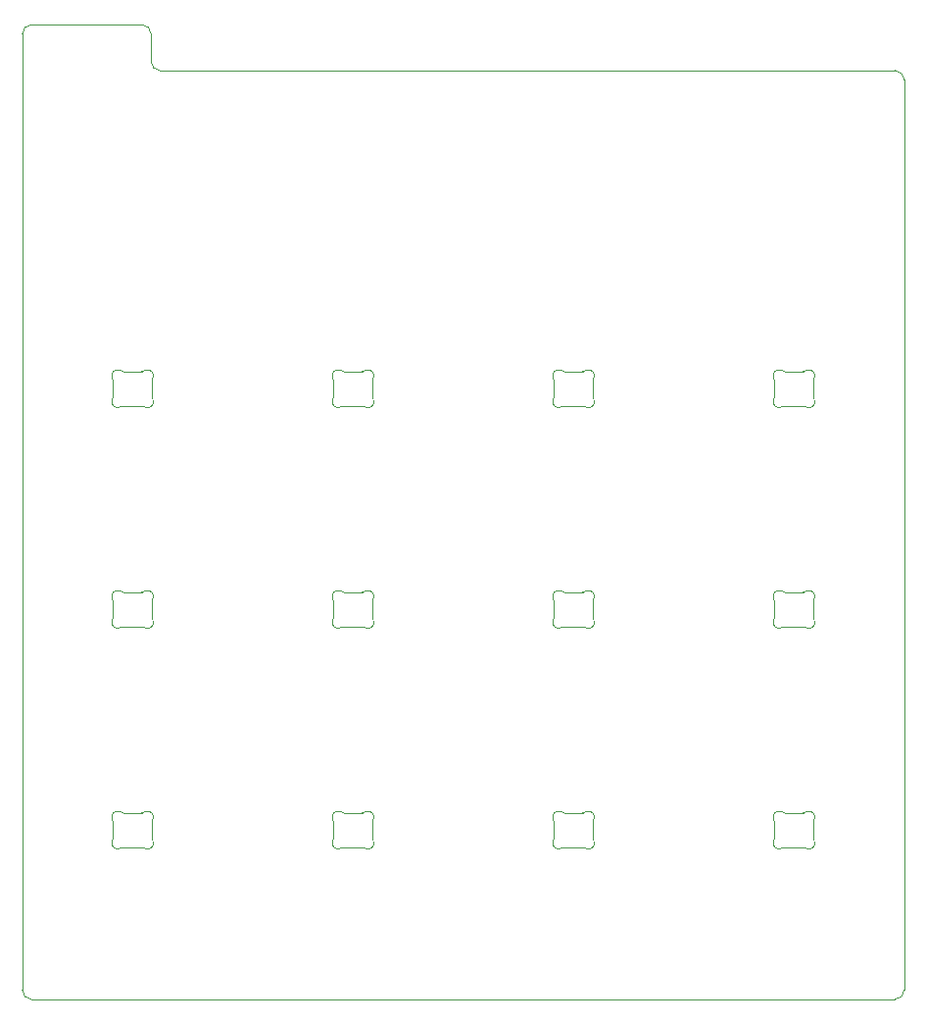
<source format=gbr>
%TF.GenerationSoftware,KiCad,Pcbnew,(5.1.4)-1*%
%TF.CreationDate,2024-03-23T03:19:33-07:00*%
%TF.ProjectId,macropad,6d616372-6f70-4616-942e-6b696361645f,rev?*%
%TF.SameCoordinates,Original*%
%TF.FileFunction,Profile,NP*%
%FSLAX46Y46*%
G04 Gerber Fmt 4.6, Leading zero omitted, Abs format (unit mm)*
G04 Created by KiCad (PCBNEW (5.1.4)-1) date 2024-03-23 03:19:33*
%MOMM*%
%LPD*%
G04 APERTURE LIST*
%ADD10C,0.050000*%
%TA.AperFunction,NonConductor*%
%ADD11C,0.100000*%
%TD*%
G04 APERTURE END LIST*
D10*
X71437500Y-56356250D02*
X71437500Y-58737500D01*
X61118750Y-55562500D02*
X70643750Y-55562500D01*
X135731250Y-59531250D02*
X72231250Y-59531250D01*
X136525000Y-138906250D02*
X136525000Y-60325000D01*
X61118750Y-139700000D02*
X135731250Y-139700000D01*
X60325000Y-56356250D02*
X60325000Y-138906250D01*
X70643750Y-55562500D02*
G75*
G02X71437500Y-56356250I0J-793750D01*
G01*
X72231250Y-59531250D02*
G75*
G02X71437500Y-58737500I0J793750D01*
G01*
X135731250Y-59531250D02*
G75*
G02X136525000Y-60325000I0J-793750D01*
G01*
X136525000Y-138906250D02*
G75*
G02X135731250Y-139700000I-793750J0D01*
G01*
X61118750Y-139700000D02*
G75*
G02X60325000Y-138906250I0J793750D01*
G01*
X60325000Y-56356250D02*
G75*
G02X61118750Y-55562500I793750J0D01*
G01*
D11*
%TO.C,D5*%
X128046710Y-85426702D02*
G75*
G02X127794452Y-85495001I-252258J431701D01*
G01*
X126205548Y-85495001D02*
G75*
G02X125953289Y-85426702I0J500000D01*
G01*
X125250516Y-86075282D02*
G75*
G02X125953289Y-85426702I450515J216879D01*
G01*
X125250516Y-86075281D02*
G75*
G02X125300001Y-86292159I-450515J-216878D01*
G01*
X125300001Y-87697844D02*
G75*
G02X125250516Y-87914721I-500000J1D01*
G01*
X125953289Y-88563298D02*
G75*
G02X125250516Y-87914721I-252258J431700D01*
G01*
X125953289Y-88563299D02*
G75*
G02X126205547Y-88495000I252258J-431701D01*
G01*
X127794453Y-88495001D02*
G75*
G02X128046711Y-88563300I-1J-499999D01*
G01*
X128749484Y-87914721D02*
G75*
G02X128046711Y-88563300I-450515J-216878D01*
G01*
X128749484Y-87914721D02*
G75*
G02X128699999Y-87697843I450515J216878D01*
G01*
X128699999Y-86292158D02*
G75*
G02X128749484Y-86075281I500000J-1D01*
G01*
X128046711Y-85426704D02*
G75*
G02X128749484Y-86075281I252258J-431700D01*
G01*
X128699999Y-86292159D02*
X128699999Y-87697843D01*
X127794452Y-88495000D02*
X126205547Y-88495000D01*
X125300001Y-87697843D02*
X125300001Y-86292159D01*
X126205548Y-85495001D02*
X127794452Y-85495001D01*
%TO.C,D2*%
X70896710Y-85426702D02*
G75*
G02X70644452Y-85495001I-252258J431701D01*
G01*
X69055548Y-85495001D02*
G75*
G02X68803289Y-85426702I0J500000D01*
G01*
X68100516Y-86075282D02*
G75*
G02X68803289Y-85426702I450515J216879D01*
G01*
X68100516Y-86075281D02*
G75*
G02X68150001Y-86292159I-450515J-216878D01*
G01*
X68150001Y-87697844D02*
G75*
G02X68100516Y-87914721I-500000J1D01*
G01*
X68803289Y-88563298D02*
G75*
G02X68100516Y-87914721I-252258J431700D01*
G01*
X68803289Y-88563299D02*
G75*
G02X69055547Y-88495000I252258J-431701D01*
G01*
X70644453Y-88495001D02*
G75*
G02X70896711Y-88563300I-1J-499999D01*
G01*
X71599484Y-87914721D02*
G75*
G02X70896711Y-88563300I-450515J-216878D01*
G01*
X71599484Y-87914721D02*
G75*
G02X71549999Y-87697843I450515J216878D01*
G01*
X71549999Y-86292158D02*
G75*
G02X71599484Y-86075281I500000J-1D01*
G01*
X70896711Y-85426704D02*
G75*
G02X71599484Y-86075281I252258J-431700D01*
G01*
X71549999Y-86292159D02*
X71549999Y-87697843D01*
X70644452Y-88495000D02*
X69055547Y-88495000D01*
X68150001Y-87697843D02*
X68150001Y-86292159D01*
X69055548Y-85495001D02*
X70644452Y-85495001D01*
%TO.C,D11*%
X89946710Y-123526702D02*
G75*
G02X89694452Y-123595001I-252258J431701D01*
G01*
X88105548Y-123595001D02*
G75*
G02X87853289Y-123526702I0J500000D01*
G01*
X87150516Y-124175282D02*
G75*
G02X87853289Y-123526702I450515J216879D01*
G01*
X87150516Y-124175281D02*
G75*
G02X87200001Y-124392159I-450515J-216878D01*
G01*
X87200001Y-125797844D02*
G75*
G02X87150516Y-126014721I-500000J1D01*
G01*
X87853289Y-126663298D02*
G75*
G02X87150516Y-126014721I-252258J431700D01*
G01*
X87853289Y-126663299D02*
G75*
G02X88105547Y-126595000I252258J-431701D01*
G01*
X89694453Y-126595001D02*
G75*
G02X89946711Y-126663300I-1J-499999D01*
G01*
X90649484Y-126014721D02*
G75*
G02X89946711Y-126663300I-450515J-216878D01*
G01*
X90649484Y-126014721D02*
G75*
G02X90599999Y-125797843I450515J216878D01*
G01*
X90599999Y-124392158D02*
G75*
G02X90649484Y-124175281I500000J-1D01*
G01*
X89946711Y-123526704D02*
G75*
G02X90649484Y-124175281I252258J-431700D01*
G01*
X90599999Y-124392159D02*
X90599999Y-125797843D01*
X89694452Y-126595000D02*
X88105547Y-126595000D01*
X87200001Y-125797843D02*
X87200001Y-124392159D01*
X88105548Y-123595001D02*
X89694452Y-123595001D01*
%TO.C,D7*%
X89946710Y-104476702D02*
G75*
G02X89694452Y-104545001I-252258J431701D01*
G01*
X88105548Y-104545001D02*
G75*
G02X87853289Y-104476702I0J500000D01*
G01*
X87150516Y-105125282D02*
G75*
G02X87853289Y-104476702I450515J216879D01*
G01*
X87150516Y-105125281D02*
G75*
G02X87200001Y-105342159I-450515J-216878D01*
G01*
X87200001Y-106747844D02*
G75*
G02X87150516Y-106964721I-500000J1D01*
G01*
X87853289Y-107613298D02*
G75*
G02X87150516Y-106964721I-252258J431700D01*
G01*
X87853289Y-107613299D02*
G75*
G02X88105547Y-107545000I252258J-431701D01*
G01*
X89694453Y-107545001D02*
G75*
G02X89946711Y-107613300I-1J-499999D01*
G01*
X90649484Y-106964721D02*
G75*
G02X89946711Y-107613300I-450515J-216878D01*
G01*
X90649484Y-106964721D02*
G75*
G02X90599999Y-106747843I450515J216878D01*
G01*
X90599999Y-105342158D02*
G75*
G02X90649484Y-105125281I500000J-1D01*
G01*
X89946711Y-104476704D02*
G75*
G02X90649484Y-105125281I252258J-431700D01*
G01*
X90599999Y-105342159D02*
X90599999Y-106747843D01*
X89694452Y-107545000D02*
X88105547Y-107545000D01*
X87200001Y-106747843D02*
X87200001Y-105342159D01*
X88105548Y-104545001D02*
X89694452Y-104545001D01*
%TO.C,D3*%
X89946710Y-85426702D02*
G75*
G02X89694452Y-85495001I-252258J431701D01*
G01*
X88105548Y-85495001D02*
G75*
G02X87853289Y-85426702I0J500000D01*
G01*
X87150516Y-86075282D02*
G75*
G02X87853289Y-85426702I450515J216879D01*
G01*
X87150516Y-86075281D02*
G75*
G02X87200001Y-86292159I-450515J-216878D01*
G01*
X87200001Y-87697844D02*
G75*
G02X87150516Y-87914721I-500000J1D01*
G01*
X87853289Y-88563298D02*
G75*
G02X87150516Y-87914721I-252258J431700D01*
G01*
X87853289Y-88563299D02*
G75*
G02X88105547Y-88495000I252258J-431701D01*
G01*
X89694453Y-88495001D02*
G75*
G02X89946711Y-88563300I-1J-499999D01*
G01*
X90649484Y-87914721D02*
G75*
G02X89946711Y-88563300I-450515J-216878D01*
G01*
X90649484Y-87914721D02*
G75*
G02X90599999Y-87697843I450515J216878D01*
G01*
X90599999Y-86292158D02*
G75*
G02X90649484Y-86075281I500000J-1D01*
G01*
X89946711Y-85426704D02*
G75*
G02X90649484Y-86075281I252258J-431700D01*
G01*
X90599999Y-86292159D02*
X90599999Y-87697843D01*
X89694452Y-88495000D02*
X88105547Y-88495000D01*
X87200001Y-87697843D02*
X87200001Y-86292159D01*
X88105548Y-85495001D02*
X89694452Y-85495001D01*
%TO.C,D13*%
X128046710Y-123526702D02*
G75*
G02X127794452Y-123595001I-252258J431701D01*
G01*
X126205548Y-123595001D02*
G75*
G02X125953289Y-123526702I0J500000D01*
G01*
X125250516Y-124175282D02*
G75*
G02X125953289Y-123526702I450515J216879D01*
G01*
X125250516Y-124175281D02*
G75*
G02X125300001Y-124392159I-450515J-216878D01*
G01*
X125300001Y-125797844D02*
G75*
G02X125250516Y-126014721I-500000J1D01*
G01*
X125953289Y-126663298D02*
G75*
G02X125250516Y-126014721I-252258J431700D01*
G01*
X125953289Y-126663299D02*
G75*
G02X126205547Y-126595000I252258J-431701D01*
G01*
X127794453Y-126595001D02*
G75*
G02X128046711Y-126663300I-1J-499999D01*
G01*
X128749484Y-126014721D02*
G75*
G02X128046711Y-126663300I-450515J-216878D01*
G01*
X128749484Y-126014721D02*
G75*
G02X128699999Y-125797843I450515J216878D01*
G01*
X128699999Y-124392158D02*
G75*
G02X128749484Y-124175281I500000J-1D01*
G01*
X128046711Y-123526704D02*
G75*
G02X128749484Y-124175281I252258J-431700D01*
G01*
X128699999Y-124392159D02*
X128699999Y-125797843D01*
X127794452Y-126595000D02*
X126205547Y-126595000D01*
X125300001Y-125797843D02*
X125300001Y-124392159D01*
X126205548Y-123595001D02*
X127794452Y-123595001D01*
%TO.C,D12*%
X108996710Y-123526702D02*
G75*
G02X108744452Y-123595001I-252258J431701D01*
G01*
X107155548Y-123595001D02*
G75*
G02X106903289Y-123526702I0J500000D01*
G01*
X106200516Y-124175282D02*
G75*
G02X106903289Y-123526702I450515J216879D01*
G01*
X106200516Y-124175281D02*
G75*
G02X106250001Y-124392159I-450515J-216878D01*
G01*
X106250001Y-125797844D02*
G75*
G02X106200516Y-126014721I-500000J1D01*
G01*
X106903289Y-126663298D02*
G75*
G02X106200516Y-126014721I-252258J431700D01*
G01*
X106903289Y-126663299D02*
G75*
G02X107155547Y-126595000I252258J-431701D01*
G01*
X108744453Y-126595001D02*
G75*
G02X108996711Y-126663300I-1J-499999D01*
G01*
X109699484Y-126014721D02*
G75*
G02X108996711Y-126663300I-450515J-216878D01*
G01*
X109699484Y-126014721D02*
G75*
G02X109649999Y-125797843I450515J216878D01*
G01*
X109649999Y-124392158D02*
G75*
G02X109699484Y-124175281I500000J-1D01*
G01*
X108996711Y-123526704D02*
G75*
G02X109699484Y-124175281I252258J-431700D01*
G01*
X109649999Y-124392159D02*
X109649999Y-125797843D01*
X108744452Y-126595000D02*
X107155547Y-126595000D01*
X106250001Y-125797843D02*
X106250001Y-124392159D01*
X107155548Y-123595001D02*
X108744452Y-123595001D01*
%TO.C,D10*%
X70896710Y-123526702D02*
G75*
G02X70644452Y-123595001I-252258J431701D01*
G01*
X69055548Y-123595001D02*
G75*
G02X68803289Y-123526702I0J500000D01*
G01*
X68100516Y-124175282D02*
G75*
G02X68803289Y-123526702I450515J216879D01*
G01*
X68100516Y-124175281D02*
G75*
G02X68150001Y-124392159I-450515J-216878D01*
G01*
X68150001Y-125797844D02*
G75*
G02X68100516Y-126014721I-500000J1D01*
G01*
X68803289Y-126663298D02*
G75*
G02X68100516Y-126014721I-252258J431700D01*
G01*
X68803289Y-126663299D02*
G75*
G02X69055547Y-126595000I252258J-431701D01*
G01*
X70644453Y-126595001D02*
G75*
G02X70896711Y-126663300I-1J-499999D01*
G01*
X71599484Y-126014721D02*
G75*
G02X70896711Y-126663300I-450515J-216878D01*
G01*
X71599484Y-126014721D02*
G75*
G02X71549999Y-125797843I450515J216878D01*
G01*
X71549999Y-124392158D02*
G75*
G02X71599484Y-124175281I500000J-1D01*
G01*
X70896711Y-123526704D02*
G75*
G02X71599484Y-124175281I252258J-431700D01*
G01*
X71549999Y-124392159D02*
X71549999Y-125797843D01*
X70644452Y-126595000D02*
X69055547Y-126595000D01*
X68150001Y-125797843D02*
X68150001Y-124392159D01*
X69055548Y-123595001D02*
X70644452Y-123595001D01*
%TO.C,D9*%
X128046710Y-104476702D02*
G75*
G02X127794452Y-104545001I-252258J431701D01*
G01*
X126205548Y-104545001D02*
G75*
G02X125953289Y-104476702I0J500000D01*
G01*
X125250516Y-105125282D02*
G75*
G02X125953289Y-104476702I450515J216879D01*
G01*
X125250516Y-105125281D02*
G75*
G02X125300001Y-105342159I-450515J-216878D01*
G01*
X125300001Y-106747844D02*
G75*
G02X125250516Y-106964721I-500000J1D01*
G01*
X125953289Y-107613298D02*
G75*
G02X125250516Y-106964721I-252258J431700D01*
G01*
X125953289Y-107613299D02*
G75*
G02X126205547Y-107545000I252258J-431701D01*
G01*
X127794453Y-107545001D02*
G75*
G02X128046711Y-107613300I-1J-499999D01*
G01*
X128749484Y-106964721D02*
G75*
G02X128046711Y-107613300I-450515J-216878D01*
G01*
X128749484Y-106964721D02*
G75*
G02X128699999Y-106747843I450515J216878D01*
G01*
X128699999Y-105342158D02*
G75*
G02X128749484Y-105125281I500000J-1D01*
G01*
X128046711Y-104476704D02*
G75*
G02X128749484Y-105125281I252258J-431700D01*
G01*
X128699999Y-105342159D02*
X128699999Y-106747843D01*
X127794452Y-107545000D02*
X126205547Y-107545000D01*
X125300001Y-106747843D02*
X125300001Y-105342159D01*
X126205548Y-104545001D02*
X127794452Y-104545001D01*
%TO.C,D8*%
X108996710Y-104476702D02*
G75*
G02X108744452Y-104545001I-252258J431701D01*
G01*
X107155548Y-104545001D02*
G75*
G02X106903289Y-104476702I0J500000D01*
G01*
X106200516Y-105125282D02*
G75*
G02X106903289Y-104476702I450515J216879D01*
G01*
X106200516Y-105125281D02*
G75*
G02X106250001Y-105342159I-450515J-216878D01*
G01*
X106250001Y-106747844D02*
G75*
G02X106200516Y-106964721I-500000J1D01*
G01*
X106903289Y-107613298D02*
G75*
G02X106200516Y-106964721I-252258J431700D01*
G01*
X106903289Y-107613299D02*
G75*
G02X107155547Y-107545000I252258J-431701D01*
G01*
X108744453Y-107545001D02*
G75*
G02X108996711Y-107613300I-1J-499999D01*
G01*
X109699484Y-106964721D02*
G75*
G02X108996711Y-107613300I-450515J-216878D01*
G01*
X109699484Y-106964721D02*
G75*
G02X109649999Y-106747843I450515J216878D01*
G01*
X109649999Y-105342158D02*
G75*
G02X109699484Y-105125281I500000J-1D01*
G01*
X108996711Y-104476704D02*
G75*
G02X109699484Y-105125281I252258J-431700D01*
G01*
X109649999Y-105342159D02*
X109649999Y-106747843D01*
X108744452Y-107545000D02*
X107155547Y-107545000D01*
X106250001Y-106747843D02*
X106250001Y-105342159D01*
X107155548Y-104545001D02*
X108744452Y-104545001D01*
%TO.C,D6*%
X70896710Y-104476702D02*
G75*
G02X70644452Y-104545001I-252258J431701D01*
G01*
X69055548Y-104545001D02*
G75*
G02X68803289Y-104476702I0J500000D01*
G01*
X68100516Y-105125282D02*
G75*
G02X68803289Y-104476702I450515J216879D01*
G01*
X68100516Y-105125281D02*
G75*
G02X68150001Y-105342159I-450515J-216878D01*
G01*
X68150001Y-106747844D02*
G75*
G02X68100516Y-106964721I-500000J1D01*
G01*
X68803289Y-107613298D02*
G75*
G02X68100516Y-106964721I-252258J431700D01*
G01*
X68803289Y-107613299D02*
G75*
G02X69055547Y-107545000I252258J-431701D01*
G01*
X70644453Y-107545001D02*
G75*
G02X70896711Y-107613300I-1J-499999D01*
G01*
X71599484Y-106964721D02*
G75*
G02X70896711Y-107613300I-450515J-216878D01*
G01*
X71599484Y-106964721D02*
G75*
G02X71549999Y-106747843I450515J216878D01*
G01*
X71549999Y-105342158D02*
G75*
G02X71599484Y-105125281I500000J-1D01*
G01*
X70896711Y-104476704D02*
G75*
G02X71599484Y-105125281I252258J-431700D01*
G01*
X71549999Y-105342159D02*
X71549999Y-106747843D01*
X70644452Y-107545000D02*
X69055547Y-107545000D01*
X68150001Y-106747843D02*
X68150001Y-105342159D01*
X69055548Y-104545001D02*
X70644452Y-104545001D01*
%TO.C,D4*%
X108996710Y-85426702D02*
G75*
G02X108744452Y-85495001I-252258J431701D01*
G01*
X107155548Y-85495001D02*
G75*
G02X106903289Y-85426702I0J500000D01*
G01*
X106200516Y-86075282D02*
G75*
G02X106903289Y-85426702I450515J216879D01*
G01*
X106200516Y-86075281D02*
G75*
G02X106250001Y-86292159I-450515J-216878D01*
G01*
X106250001Y-87697844D02*
G75*
G02X106200516Y-87914721I-500000J1D01*
G01*
X106903289Y-88563298D02*
G75*
G02X106200516Y-87914721I-252258J431700D01*
G01*
X106903289Y-88563299D02*
G75*
G02X107155547Y-88495000I252258J-431701D01*
G01*
X108744453Y-88495001D02*
G75*
G02X108996711Y-88563300I-1J-499999D01*
G01*
X109699484Y-87914721D02*
G75*
G02X108996711Y-88563300I-450515J-216878D01*
G01*
X109699484Y-87914721D02*
G75*
G02X109649999Y-87697843I450515J216878D01*
G01*
X109649999Y-86292158D02*
G75*
G02X109699484Y-86075281I500000J-1D01*
G01*
X108996711Y-85426704D02*
G75*
G02X109699484Y-86075281I252258J-431700D01*
G01*
X109649999Y-86292159D02*
X109649999Y-87697843D01*
X108744452Y-88495000D02*
X107155547Y-88495000D01*
X106250001Y-87697843D02*
X106250001Y-86292159D01*
X107155548Y-85495001D02*
X108744452Y-85495001D01*
%TD*%
M02*

</source>
